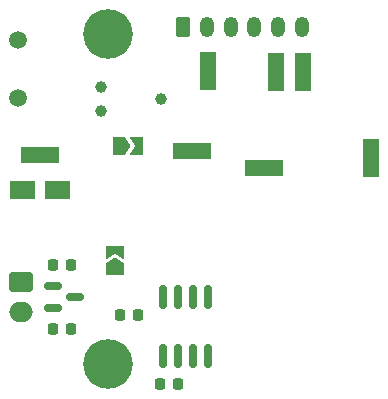
<source format=gbr>
%TF.GenerationSoftware,KiCad,Pcbnew,7.0.9*%
%TF.CreationDate,2023-11-27T14:53:40+10:00*%
%TF.ProjectId,cansult,63616e73-756c-4742-9e6b-696361645f70,rev?*%
%TF.SameCoordinates,Original*%
%TF.FileFunction,Soldermask,Bot*%
%TF.FilePolarity,Negative*%
%FSLAX46Y46*%
G04 Gerber Fmt 4.6, Leading zero omitted, Abs format (unit mm)*
G04 Created by KiCad (PCBNEW 7.0.9) date 2023-11-27 14:53:40*
%MOMM*%
%LPD*%
G01*
G04 APERTURE LIST*
G04 Aperture macros list*
%AMRoundRect*
0 Rectangle with rounded corners*
0 $1 Rounding radius*
0 $2 $3 $4 $5 $6 $7 $8 $9 X,Y pos of 4 corners*
0 Add a 4 corners polygon primitive as box body*
4,1,4,$2,$3,$4,$5,$6,$7,$8,$9,$2,$3,0*
0 Add four circle primitives for the rounded corners*
1,1,$1+$1,$2,$3*
1,1,$1+$1,$4,$5*
1,1,$1+$1,$6,$7*
1,1,$1+$1,$8,$9*
0 Add four rect primitives between the rounded corners*
20,1,$1+$1,$2,$3,$4,$5,0*
20,1,$1+$1,$4,$5,$6,$7,0*
20,1,$1+$1,$6,$7,$8,$9,0*
20,1,$1+$1,$8,$9,$2,$3,0*%
%AMFreePoly0*
4,1,6,1.000000,0.000000,0.500000,-0.750000,-0.500000,-0.750000,-0.500000,0.750000,0.500000,0.750000,1.000000,0.000000,1.000000,0.000000,$1*%
%AMFreePoly1*
4,1,6,0.500000,-0.750000,-0.650000,-0.750000,-0.150000,0.000000,-0.650000,0.750000,0.500000,0.750000,0.500000,-0.750000,0.500000,-0.750000,$1*%
G04 Aperture macros list end*
%ADD10C,4.200000*%
%ADD11C,0.990600*%
%ADD12C,1.500000*%
%ADD13RoundRect,0.250000X-0.750000X0.600000X-0.750000X-0.600000X0.750000X-0.600000X0.750000X0.600000X0*%
%ADD14O,2.000000X1.700000*%
%ADD15RoundRect,0.250000X-0.350000X-0.625000X0.350000X-0.625000X0.350000X0.625000X-0.350000X0.625000X0*%
%ADD16O,1.200000X1.750000*%
%ADD17R,1.400000X3.200000*%
%ADD18RoundRect,0.150000X-0.587500X-0.150000X0.587500X-0.150000X0.587500X0.150000X-0.587500X0.150000X0*%
%ADD19RoundRect,0.225000X0.225000X0.250000X-0.225000X0.250000X-0.225000X-0.250000X0.225000X-0.250000X0*%
%ADD20RoundRect,0.225000X-0.225000X-0.250000X0.225000X-0.250000X0.225000X0.250000X-0.225000X0.250000X0*%
%ADD21R,1.500000X1.500000*%
%ADD22FreePoly0,0.000000*%
%ADD23FreePoly0,180.000000*%
%ADD24R,3.200000X1.400000*%
%ADD25FreePoly0,90.000000*%
%ADD26FreePoly1,90.000000*%
%ADD27RoundRect,0.150000X0.150000X-0.825000X0.150000X0.825000X-0.150000X0.825000X-0.150000X-0.825000X0*%
%ADD28FreePoly1,0.000000*%
G04 APERTURE END LIST*
D10*
%TO.C,H1*%
X177000000Y-100000000D03*
%TD*%
%TO.C,H2*%
X177000000Y-72000000D03*
%TD*%
D11*
%TO.C,J2*%
X181540000Y-77535000D03*
X176460000Y-78551000D03*
X176460000Y-76519000D03*
%TD*%
D12*
%TO.C,Y1*%
X169400000Y-77450000D03*
X169400000Y-72570000D03*
%TD*%
D13*
%TO.C,J3*%
X169650000Y-93050000D03*
D14*
X169650000Y-95550000D03*
%TD*%
D15*
%TO.C,J1*%
X183400000Y-71450000D03*
D16*
X185400000Y-71450000D03*
X187400000Y-71450000D03*
X189400000Y-71450000D03*
X191400000Y-71450000D03*
X193400000Y-71450000D03*
%TD*%
D17*
%TO.C,TP3*%
X199250000Y-82500000D03*
%TD*%
%TO.C,TP7*%
X185500000Y-75200000D03*
%TD*%
D18*
%TO.C,D1*%
X172362500Y-95250000D03*
X172362500Y-93350000D03*
X174237500Y-94300000D03*
%TD*%
D19*
%TO.C,C16*%
X173875000Y-97000000D03*
X172325000Y-97000000D03*
%TD*%
D17*
%TO.C,TP2*%
X191250000Y-75250000D03*
%TD*%
D19*
%TO.C,C8*%
X182925000Y-101650000D03*
X181375000Y-101650000D03*
%TD*%
%TO.C,C6*%
X179575000Y-95800000D03*
X178025000Y-95800000D03*
%TD*%
D20*
%TO.C,C18*%
X172325000Y-91600000D03*
X173875000Y-91600000D03*
%TD*%
D21*
%TO.C,JP1*%
X170050000Y-85200000D03*
X172450000Y-85200000D03*
D22*
X169250000Y-85200000D03*
D23*
X173250000Y-85200000D03*
%TD*%
D24*
%TO.C,TP1*%
X184100000Y-81900000D03*
%TD*%
%TO.C,TP5*%
X190200000Y-83400000D03*
%TD*%
D25*
%TO.C,JP3*%
X177600000Y-91925000D03*
D26*
X177600000Y-90475000D03*
%TD*%
D17*
%TO.C,TP4*%
X193500000Y-75250000D03*
%TD*%
D24*
%TO.C,TP6*%
X171250000Y-82250000D03*
%TD*%
D27*
%TO.C,U3*%
X185505000Y-99275000D03*
X184235000Y-99275000D03*
X182965000Y-99275000D03*
X181695000Y-99275000D03*
X181695000Y-94325000D03*
X182965000Y-94325000D03*
X184235000Y-94325000D03*
X185505000Y-94325000D03*
%TD*%
D22*
%TO.C,JP2*%
X177975000Y-81500000D03*
D28*
X179425000Y-81500000D03*
%TD*%
M02*

</source>
